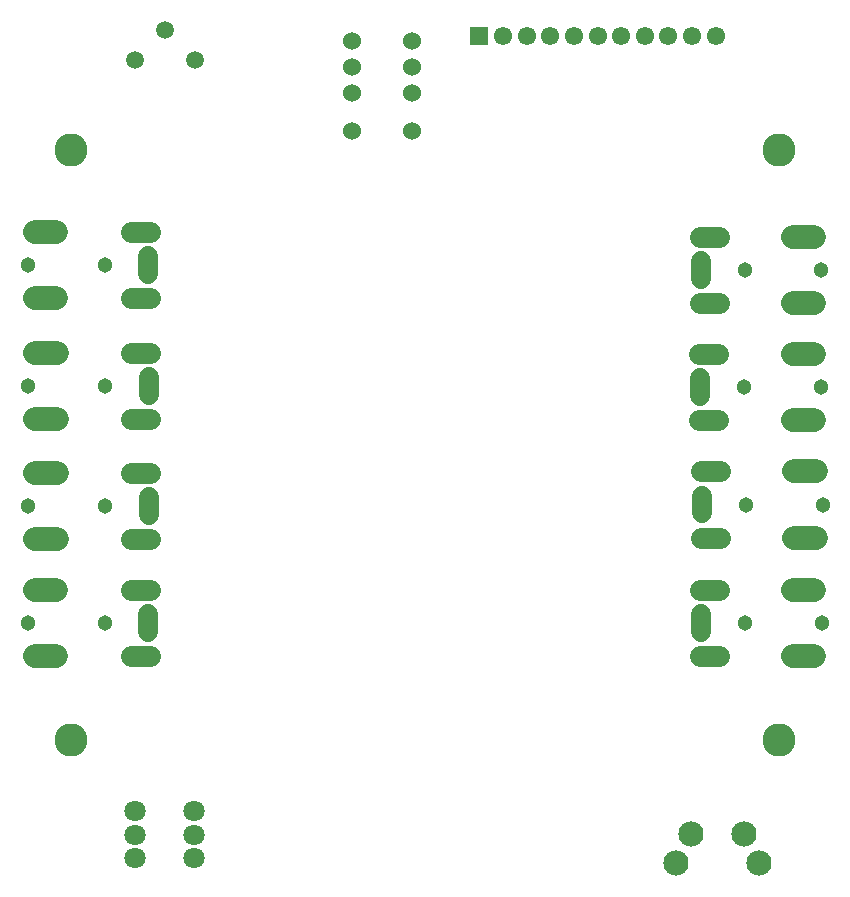
<source format=gbs>
G04 EAGLE Gerber RS-274X export*
G75*
%MOMM*%
%FSLAX34Y34*%
%LPD*%
%INSoldermask Bottom*%
%IPPOS*%
%AMOC8*
5,1,8,0,0,1.08239X$1,22.5*%
G01*
%ADD10C,1.506200*%
%ADD11C,1.523200*%
%ADD12C,1.703200*%
%ADD13C,1.803200*%
%ADD14C,2.003200*%
%ADD15C,1.303200*%
%ADD16C,2.803200*%
%ADD17C,2.133600*%
%ADD18C,1.803200*%
%ADD19R,1.553200X1.553200*%
%ADD20C,1.553200*%


D10*
X124860Y696090D03*
X150260Y721490D03*
X175660Y696090D03*
D11*
X359220Y636190D03*
X359220Y668190D03*
X359220Y690190D03*
X359220Y712190D03*
X308420Y712190D03*
X308420Y690190D03*
X308420Y668190D03*
X308420Y636190D03*
D12*
X136300Y326300D02*
X136300Y311300D01*
D13*
X137300Y346800D02*
X121300Y346800D01*
X121300Y290800D02*
X137300Y290800D01*
D14*
X58300Y346800D02*
X40300Y346800D01*
X40300Y290800D02*
X58300Y290800D01*
D15*
X34300Y318800D03*
X99300Y318800D03*
D12*
X603900Y510900D02*
X603900Y525900D01*
D13*
X602900Y490400D02*
X618900Y490400D01*
X618900Y546400D02*
X602900Y546400D01*
D14*
X681900Y490400D02*
X699900Y490400D01*
X699900Y546400D02*
X681900Y546400D01*
D15*
X705900Y518400D03*
X640900Y518400D03*
D12*
X136400Y427800D02*
X136400Y412800D01*
D13*
X137400Y448300D02*
X121400Y448300D01*
X121400Y392300D02*
X137400Y392300D01*
D14*
X58400Y448300D02*
X40400Y448300D01*
X40400Y392300D02*
X58400Y392300D01*
D15*
X34400Y420300D03*
X99400Y420300D03*
D12*
X136100Y515200D02*
X136100Y530200D01*
D13*
X137100Y550700D02*
X121100Y550700D01*
X121100Y494700D02*
X137100Y494700D01*
D14*
X58100Y550700D02*
X40100Y550700D01*
X40100Y494700D02*
X58100Y494700D01*
D15*
X34100Y522700D03*
X99100Y522700D03*
D12*
X603500Y426800D02*
X603500Y411800D01*
D13*
X602500Y391300D02*
X618500Y391300D01*
X618500Y447300D02*
X602500Y447300D01*
D14*
X681500Y391300D02*
X699500Y391300D01*
X699500Y447300D02*
X681500Y447300D01*
D15*
X705500Y419300D03*
X640500Y419300D03*
D16*
X70197Y120197D03*
X670197Y120197D03*
X70197Y620197D03*
X670197Y620197D03*
D17*
X640450Y41300D03*
X595450Y41300D03*
X652950Y16300D03*
X582950Y16300D03*
D12*
X604900Y312300D02*
X604900Y327300D01*
D13*
X603900Y291800D02*
X619900Y291800D01*
X619900Y347800D02*
X603900Y347800D01*
D14*
X682900Y291800D02*
X700900Y291800D01*
X700900Y347800D02*
X682900Y347800D01*
D15*
X706900Y319800D03*
X641900Y319800D03*
D12*
X604000Y226800D02*
X604000Y211800D01*
D13*
X603000Y191300D02*
X619000Y191300D01*
X619000Y247300D02*
X603000Y247300D01*
D14*
X682000Y191300D02*
X700000Y191300D01*
X700000Y247300D02*
X682000Y247300D01*
D15*
X706000Y219300D03*
X641000Y219300D03*
D18*
X174900Y20200D03*
X174900Y40200D03*
X174900Y60200D03*
X124900Y20200D03*
X124900Y40200D03*
X124900Y60200D03*
D12*
X136100Y211800D02*
X136100Y226800D01*
D13*
X137100Y247300D02*
X121100Y247300D01*
X121100Y191300D02*
X137100Y191300D01*
D14*
X58100Y247300D02*
X40100Y247300D01*
X40100Y191300D02*
X58100Y191300D01*
D15*
X34100Y219300D03*
X99100Y219300D03*
D19*
X416400Y716800D03*
D20*
X436400Y716800D03*
X456400Y716800D03*
X476400Y716800D03*
X496400Y716800D03*
X516400Y716800D03*
X536400Y716800D03*
X556400Y716800D03*
X576400Y716800D03*
X596400Y716800D03*
X616400Y716800D03*
M02*

</source>
